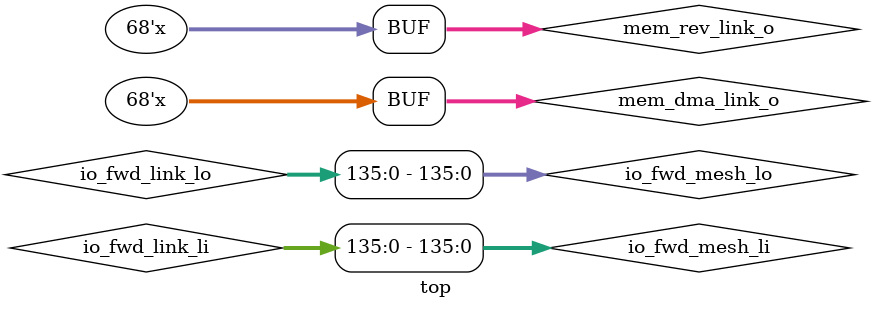
<source format=sv>
/* Generated by Synlig (git sha1 83ca7d4a4, g++ 12.2.0-14 -fPIC -O3) */

(* cells_not_processed =  1  *)
(* src = "/root/synlig/synlig/tests/simple_tests/MultirangesStartNotFromZero/top.sv:1.1-32.10" *)
module top();
  (* src = "/root/synlig/synlig/tests/simple_tests/MultirangesStartNotFromZero/top.sv:21.43-21.57" *)
  (* wiretype = "\\bp_io_ready_and_link_t" *)
  wire [135:0] io_fwd_link_li;
  (* src = "/root/synlig/synlig/tests/simple_tests/MultirangesStartNotFromZero/top.sv:22.43-22.57" *)
  (* wiretype = "\\bp_io_ready_and_link_t" *)
  wire [135:0] io_fwd_link_lo;
  (* src = "/root/synlig/synlig/tests/simple_tests/MultirangesStartNotFromZero/top.sv:26.43-26.57" *)
  (* wiretype = "\\bp_io_ready_and_link_t" *)
  wire [271:0] io_fwd_mesh_li;
  (* src = "/root/synlig/synlig/tests/simple_tests/MultirangesStartNotFromZero/top.sv:25.43-25.57" *)
  (* wiretype = "\\bp_io_ready_and_link_t" *)
  wire [271:0] io_fwd_mesh_lo;
  (* src = "/root/synlig/synlig/tests/simple_tests/MultirangesStartNotFromZero/top.sv:23.43-23.57" *)
  (* wiretype = "\\bp_io_ready_and_link_t" *)
  wire [135:0] io_rev_link_li;
  (* src = "/root/synlig/synlig/tests/simple_tests/MultirangesStartNotFromZero/top.sv:24.43-24.57" *)
  (* wiretype = "\\bp_io_ready_and_link_t" *)
  wire [135:0] io_rev_link_lo;
  (* src = "/root/synlig/synlig/tests/simple_tests/MultirangesStartNotFromZero/top.sv:9.26-9.40" *)
  wire [67:0] mem_dma_link_o;
  (* src = "/root/synlig/synlig/tests/simple_tests/MultirangesStartNotFromZero/top.sv:7.26-7.40" *)
  wire [67:0] mem_fwd_link_i;
  (* src = "/root/synlig/synlig/tests/simple_tests/MultirangesStartNotFromZero/top.sv:8.26-8.40" *)
  wire [67:0] mem_rev_link_o;
  (* src = "/root/synlig/synlig/tests/simple_tests/MultirangesStartNotFromZero/top.sv:11.44-11.59" *)
  (* wiretype = "\\bp_mem_ready_and_link_t" *)
  wire [135:0] mem_ver_link_lo;
  assign io_fwd_link_li = io_fwd_mesh_li[135:0];
  assign mem_rev_link_o = 68'hxxxxxxxxxxxxxxxxx;
  assign mem_dma_link_o = 68'hxxxxxxxxxxxxxxxxx;
  assign io_fwd_mesh_lo[135:0] = io_fwd_link_lo;
endmodule

</source>
